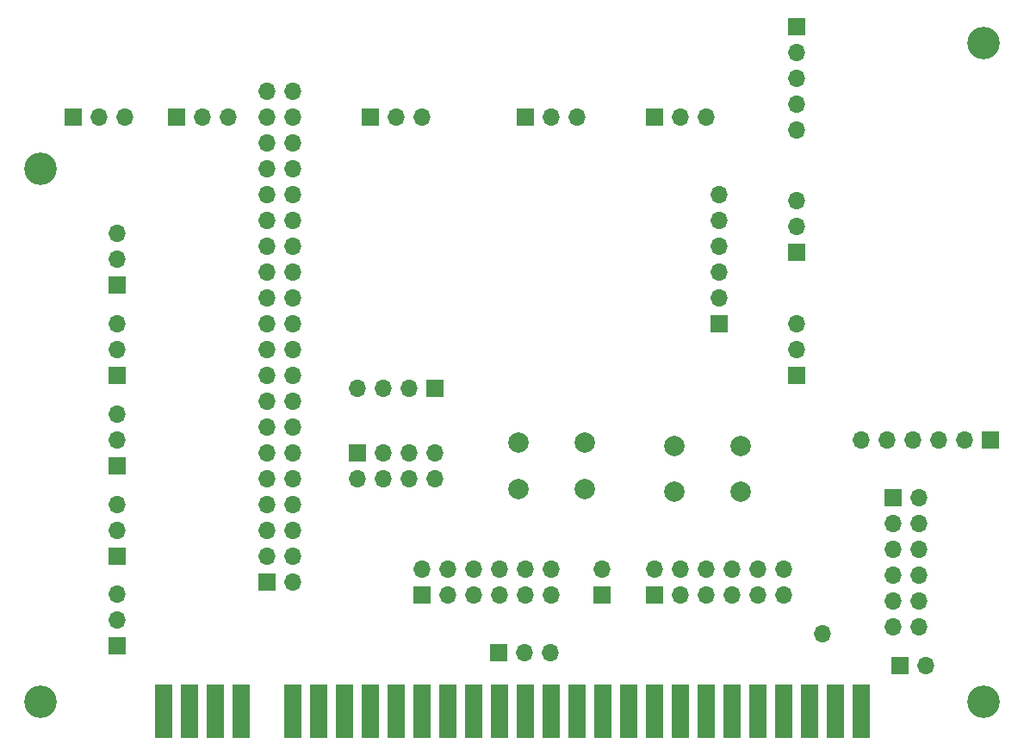
<source format=gbr>
%TF.GenerationSoftware,KiCad,Pcbnew,6.0.0-d3dd2cf0fa~116~ubuntu20.04.1*%
%TF.CreationDate,2022-02-13T01:33:05+01:00*%
%TF.ProjectId,addon-edge-rpi-i2s-pmod,6164646f-6e2d-4656-9467-652d7270692d,0.41*%
%TF.SameCoordinates,Original*%
%TF.FileFunction,Soldermask,Bot*%
%TF.FilePolarity,Negative*%
%FSLAX46Y46*%
G04 Gerber Fmt 4.6, Leading zero omitted, Abs format (unit mm)*
G04 Created by KiCad (PCBNEW 6.0.0-d3dd2cf0fa~116~ubuntu20.04.1) date 2022-02-13 01:33:05*
%MOMM*%
%LPD*%
G01*
G04 APERTURE LIST*
G04 Aperture macros list*
%AMRoundRect*
0 Rectangle with rounded corners*
0 $1 Rounding radius*
0 $2 $3 $4 $5 $6 $7 $8 $9 X,Y pos of 4 corners*
0 Add a 4 corners polygon primitive as box body*
4,1,4,$2,$3,$4,$5,$6,$7,$8,$9,$2,$3,0*
0 Add four circle primitives for the rounded corners*
1,1,$1+$1,$2,$3*
1,1,$1+$1,$4,$5*
1,1,$1+$1,$6,$7*
1,1,$1+$1,$8,$9*
0 Add four rect primitives between the rounded corners*
20,1,$1+$1,$2,$3,$4,$5,0*
20,1,$1+$1,$4,$5,$6,$7,0*
20,1,$1+$1,$6,$7,$8,$9,0*
20,1,$1+$1,$8,$9,$2,$3,0*%
G04 Aperture macros list end*
%ADD10R,1.700000X1.700000*%
%ADD11O,1.700000X1.700000*%
%ADD12C,3.200000*%
%ADD13RoundRect,0.101600X-0.762000X-2.540000X0.762000X-2.540000X0.762000X2.540000X-0.762000X2.540000X0*%
%ADD14C,2.000000*%
G04 APERTURE END LIST*
D10*
%TO.C,JP5*%
X196845000Y-137795000D03*
D11*
X199385000Y-137795000D03*
%TD*%
D10*
%TO.C,JP22*%
X125730000Y-83820000D03*
D11*
X128270000Y-83820000D03*
X130810000Y-83820000D03*
%TD*%
%TO.C,J11*%
X189230000Y-134620000D03*
%TD*%
D12*
%TO.C,H2*%
X112400000Y-88900000D03*
%TD*%
D13*
%TO.C,EDGE1*%
X124460000Y-142240000D03*
X127000000Y-142240000D03*
X129540000Y-142240000D03*
X132080000Y-142240000D03*
X137160000Y-142240000D03*
X139700000Y-142240000D03*
X142240000Y-142240000D03*
X144780000Y-142240000D03*
X147320000Y-142240000D03*
X149860000Y-142240000D03*
X152400000Y-142240000D03*
X154940000Y-142240000D03*
X157480000Y-142240000D03*
X160020000Y-142240000D03*
X162560000Y-142240000D03*
X165100000Y-142240000D03*
X167640000Y-142240000D03*
X170180000Y-142240000D03*
X172720000Y-142240000D03*
X175260000Y-142240000D03*
X177800000Y-142240000D03*
X180340000Y-142240000D03*
X182880000Y-142240000D03*
X185420000Y-142240000D03*
X187960000Y-142240000D03*
X190500000Y-142240000D03*
X193040000Y-142240000D03*
%TD*%
D14*
%TO.C,BUT1*%
X159350000Y-120370000D03*
X165850000Y-120370000D03*
X159350000Y-115870000D03*
X165850000Y-115870000D03*
%TD*%
D10*
%TO.C,JP32*%
X157465000Y-136525000D03*
D11*
X160005000Y-136525000D03*
X162545000Y-136525000D03*
%TD*%
D10*
%TO.C,JP45*%
X119945000Y-100300000D03*
D11*
X119945000Y-97760000D03*
X119945000Y-95220000D03*
%TD*%
D10*
%TO.C,J5*%
X205740000Y-115570000D03*
D11*
X203200000Y-115570000D03*
X200660000Y-115570000D03*
X198120000Y-115570000D03*
X195580000Y-115570000D03*
X193040000Y-115570000D03*
%TD*%
D14*
%TO.C,BUT2*%
X174720000Y-120650000D03*
X181220000Y-120650000D03*
X181220000Y-116150000D03*
X174720000Y-116150000D03*
%TD*%
D10*
%TO.C,JP43*%
X119945000Y-118080000D03*
D11*
X119945000Y-115540000D03*
X119945000Y-113000000D03*
%TD*%
D10*
%TO.C,JP44*%
X119945000Y-109190000D03*
D11*
X119945000Y-106650000D03*
X119945000Y-104110000D03*
%TD*%
D10*
%TO.C,J1*%
X149860000Y-130850000D03*
D11*
X152400000Y-130850000D03*
X154940000Y-130850000D03*
X157480000Y-130850000D03*
X160020000Y-130850000D03*
X162560000Y-130850000D03*
X149860000Y-128310000D03*
X152400000Y-128310000D03*
X154940000Y-128310000D03*
X157480000Y-128310000D03*
X160020000Y-128310000D03*
X162560000Y-128310000D03*
%TD*%
D10*
%TO.C,J2*%
X172720000Y-130830000D03*
D11*
X175260000Y-130830000D03*
X177800000Y-130830000D03*
X180340000Y-130830000D03*
X182880000Y-130830000D03*
X185420000Y-130830000D03*
X172720000Y-128290000D03*
X175260000Y-128290000D03*
X177800000Y-128290000D03*
X180340000Y-128290000D03*
X182880000Y-128290000D03*
X185420000Y-128290000D03*
%TD*%
D10*
%TO.C,J4*%
X179070000Y-104140000D03*
D11*
X179070000Y-101600000D03*
X179070000Y-99060000D03*
X179070000Y-96520000D03*
X179070000Y-93980000D03*
X179070000Y-91440000D03*
%TD*%
D10*
%TO.C,JP31*%
X186690000Y-97140000D03*
D11*
X186690000Y-94600000D03*
X186690000Y-92060000D03*
%TD*%
D10*
%TO.C,JP12*%
X172720000Y-83820000D03*
D11*
X175260000Y-83820000D03*
X177800000Y-83820000D03*
%TD*%
D10*
%TO.C,J10*%
X167615000Y-130830000D03*
D11*
X167615000Y-128290000D03*
%TD*%
D10*
%TO.C,J7*%
X186690000Y-109205000D03*
D11*
X186690000Y-106665000D03*
X186690000Y-104125000D03*
%TD*%
D10*
%TO.C,RPI1*%
X134620000Y-129540000D03*
D11*
X137160000Y-129540000D03*
X134620000Y-127000000D03*
X137160000Y-127000000D03*
X134620000Y-124460000D03*
X137160000Y-124460000D03*
X134620000Y-121920000D03*
X137160000Y-121920000D03*
X134620000Y-119380000D03*
X137160000Y-119380000D03*
X134620000Y-116840000D03*
X137160000Y-116840000D03*
X134620000Y-114300000D03*
X137160000Y-114300000D03*
X134620000Y-111760000D03*
X137160000Y-111760000D03*
X134620000Y-109220000D03*
X137160000Y-109220000D03*
X134620000Y-106680000D03*
X137160000Y-106680000D03*
X134620000Y-104140000D03*
X137160000Y-104140000D03*
X134620000Y-101600000D03*
X137160000Y-101600000D03*
X134620000Y-99060000D03*
X137160000Y-99060000D03*
X134620000Y-96520000D03*
X137160000Y-96520000D03*
X134620000Y-93980000D03*
X137160000Y-93980000D03*
X134620000Y-91440000D03*
X137160000Y-91440000D03*
X134620000Y-88900000D03*
X137160000Y-88900000D03*
X134620000Y-86360000D03*
X137160000Y-86360000D03*
X134620000Y-83820000D03*
X137160000Y-83820000D03*
X134620000Y-81280000D03*
X137160000Y-81280000D03*
%TD*%
D12*
%TO.C,H1*%
X205100000Y-76568700D03*
%TD*%
D10*
%TO.C,JP42*%
X119945000Y-126970000D03*
D11*
X119945000Y-124430000D03*
X119945000Y-121890000D03*
%TD*%
D12*
%TO.C,H3*%
X205100000Y-141300000D03*
%TD*%
D10*
%TO.C,J6*%
X143520000Y-116820000D03*
D11*
X143520000Y-119360000D03*
X146060000Y-116820000D03*
X146060000Y-119360000D03*
X148600000Y-116820000D03*
X148600000Y-119360000D03*
X151140000Y-116820000D03*
X151140000Y-119360000D03*
%TD*%
D10*
%TO.C,J9*%
X186690000Y-74930000D03*
D11*
X186690000Y-77470000D03*
X186690000Y-80010000D03*
X186690000Y-82550000D03*
X186690000Y-85090000D03*
%TD*%
D12*
%TO.C,H4*%
X112400000Y-141300000D03*
%TD*%
D10*
%TO.C,JP23*%
X144780000Y-83820000D03*
D11*
X147320000Y-83820000D03*
X149860000Y-83820000D03*
%TD*%
D10*
%TO.C,JP21*%
X115570000Y-83820000D03*
D11*
X118110000Y-83820000D03*
X120650000Y-83820000D03*
%TD*%
D10*
%TO.C,J8*%
X151130000Y-110490000D03*
D11*
X148590000Y-110490000D03*
X146050000Y-110490000D03*
X143510000Y-110490000D03*
%TD*%
D10*
%TO.C,J3*%
X196215000Y-121260000D03*
D11*
X196215000Y-123800000D03*
X196215000Y-126340000D03*
X196215000Y-128880000D03*
X196215000Y-131420000D03*
X196215000Y-133960000D03*
X198755000Y-121260000D03*
X198755000Y-123800000D03*
X198755000Y-126340000D03*
X198755000Y-128880000D03*
X198755000Y-131420000D03*
X198755000Y-133960000D03*
%TD*%
D10*
%TO.C,JP11*%
X160020000Y-83820000D03*
D11*
X162560000Y-83820000D03*
X165100000Y-83820000D03*
%TD*%
D10*
%TO.C,JP41*%
X119945000Y-135845000D03*
D11*
X119945000Y-133305000D03*
X119945000Y-130765000D03*
%TD*%
M02*

</source>
